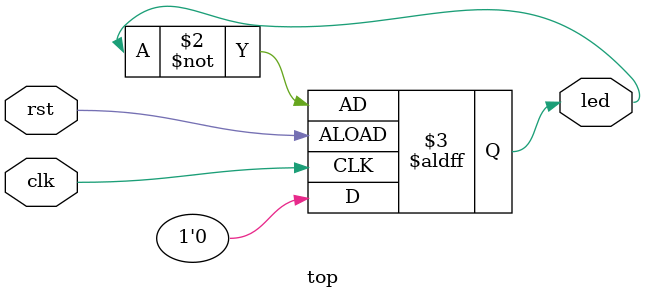
<source format=sv>
module top(
    input logic clk,
    input logic rst,
    output logic led
);

always_ff @(posedge clk or negedge rst) begin
    if (rst) 
        led <= 0;
    else
        led <= ~led;
    end
endmodule
</source>
